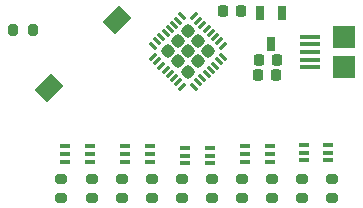
<source format=gbr>
%TF.GenerationSoftware,KiCad,Pcbnew,9.0.3*%
%TF.CreationDate,2025-08-22T13:27:39-06:00*%
%TF.ProjectId,SWAG_BAR_LED_ARM,53574147-5f42-4415-925f-4c45445f4152,rev?*%
%TF.SameCoordinates,Original*%
%TF.FileFunction,Paste,Top*%
%TF.FilePolarity,Positive*%
%FSLAX46Y46*%
G04 Gerber Fmt 4.6, Leading zero omitted, Abs format (unit mm)*
G04 Created by KiCad (PCBNEW 9.0.3) date 2025-08-22 13:27:39*
%MOMM*%
%LPD*%
G01*
G04 APERTURE LIST*
G04 Aperture macros list*
%AMRoundRect*
0 Rectangle with rounded corners*
0 $1 Rounding radius*
0 $2 $3 $4 $5 $6 $7 $8 $9 X,Y pos of 4 corners*
0 Add a 4 corners polygon primitive as box body*
4,1,4,$2,$3,$4,$5,$6,$7,$8,$9,$2,$3,0*
0 Add four circle primitives for the rounded corners*
1,1,$1+$1,$2,$3*
1,1,$1+$1,$4,$5*
1,1,$1+$1,$6,$7*
1,1,$1+$1,$8,$9*
0 Add four rect primitives between the rounded corners*
20,1,$1+$1,$2,$3,$4,$5,0*
20,1,$1+$1,$4,$5,$6,$7,0*
20,1,$1+$1,$6,$7,$8,$9,0*
20,1,$1+$1,$8,$9,$2,$3,0*%
%AMRotRect*
0 Rectangle, with rotation*
0 The origin of the aperture is its center*
0 $1 length*
0 $2 width*
0 $3 Rotation angle, in degrees counterclockwise*
0 Add horizontal line*
21,1,$1,$2,0,0,$3*%
G04 Aperture macros list end*
%ADD10RoundRect,0.225000X-0.225000X-0.250000X0.225000X-0.250000X0.225000X0.250000X-0.225000X0.250000X0*%
%ADD11RoundRect,0.200000X0.200000X0.275000X-0.200000X0.275000X-0.200000X-0.275000X0.200000X-0.275000X0*%
%ADD12R,1.750000X0.450000*%
%ADD13R,1.900000X1.900000*%
%ADD14R,0.838200X0.355600*%
%ADD15RoundRect,0.200000X0.275000X-0.200000X0.275000X0.200000X-0.275000X0.200000X-0.275000X-0.200000X0*%
%ADD16RoundRect,0.242500X-0.342947X0.000000X0.000000X-0.342947X0.342947X0.000000X0.000000X0.342947X0*%
%ADD17RoundRect,0.062500X-0.282843X0.194454X0.194454X-0.282843X0.282843X-0.194454X-0.194454X0.282843X0*%
%ADD18RoundRect,0.062500X-0.282843X-0.194454X-0.194454X-0.282843X0.282843X0.194454X0.194454X0.282843X0*%
%ADD19RotRect,2.006600X1.498600X225.000000*%
%ADD20R,0.650000X1.220000*%
G04 APERTURE END LIST*
D10*
%TO.C,C1*%
X98806000Y-94386400D03*
X100356000Y-94386400D03*
%TD*%
D11*
%TO.C,R12*%
X79666600Y-91846400D03*
X78016600Y-91846400D03*
%TD*%
D12*
%TO.C,J3*%
X103129000Y-95026000D03*
X103129000Y-94376000D03*
X103129000Y-93726000D03*
X103129000Y-93076000D03*
X103129000Y-92426000D03*
D13*
X105979000Y-95026000D03*
X105979000Y-92426000D03*
%TD*%
D14*
%TO.C,U9*%
X84480400Y-103011999D03*
X84480400Y-102362000D03*
X84480400Y-101712001D03*
X82397600Y-101712001D03*
X82397600Y-102362000D03*
X82397600Y-103011999D03*
%TD*%
%TO.C,U4*%
X99720400Y-103011999D03*
X99720400Y-102362000D03*
X99720400Y-101712001D03*
X97637600Y-101712001D03*
X97637600Y-102362000D03*
X97637600Y-103011999D03*
%TD*%
D15*
%TO.C,R2*%
X89789000Y-106108000D03*
X89789000Y-104458000D03*
%TD*%
D10*
%TO.C,C3*%
X95745000Y-90220800D03*
X97295000Y-90220800D03*
%TD*%
D15*
%TO.C,R7*%
X82042000Y-106108000D03*
X82042000Y-104458000D03*
%TD*%
%TO.C,R10*%
X102489000Y-106108000D03*
X102489000Y-104458000D03*
%TD*%
D16*
%TO.C,U5*%
X92811600Y-91978144D03*
X91963072Y-92826672D03*
X91114544Y-93675200D03*
X93660128Y-92826672D03*
X92811600Y-93675200D03*
X91963072Y-94523728D03*
X94508656Y-93675200D03*
X93660128Y-94523728D03*
X92811600Y-95372256D03*
D17*
X92316625Y-90705352D03*
X91963072Y-91058905D03*
X91609518Y-91412458D03*
X91255965Y-91766012D03*
X90902412Y-92119565D03*
X90548858Y-92473118D03*
X90195305Y-92826672D03*
X89841752Y-93180225D03*
D18*
X89841752Y-94170175D03*
X90195305Y-94523728D03*
X90548858Y-94877282D03*
X90902412Y-95230835D03*
X91255965Y-95584388D03*
X91609518Y-95937942D03*
X91963072Y-96291495D03*
X92316625Y-96645048D03*
D17*
X93306575Y-96645048D03*
X93660128Y-96291495D03*
X94013682Y-95937942D03*
X94367235Y-95584388D03*
X94720788Y-95230835D03*
X95074342Y-94877282D03*
X95427895Y-94523728D03*
X95781448Y-94170175D03*
D18*
X95781448Y-93180225D03*
X95427895Y-92826672D03*
X95074342Y-92473118D03*
X94720788Y-92119565D03*
X94367235Y-91766012D03*
X94013682Y-91412458D03*
X93660128Y-91058905D03*
X93306575Y-90705352D03*
%TD*%
D15*
%TO.C,R8*%
X97409000Y-106108000D03*
X97409000Y-104458000D03*
%TD*%
%TO.C,R4*%
X92329000Y-106108000D03*
X92329000Y-104458000D03*
%TD*%
%TO.C,R11*%
X84709000Y-106108000D03*
X84709000Y-104458000D03*
%TD*%
%TO.C,R9*%
X105029000Y-106108000D03*
X105029000Y-104458000D03*
%TD*%
D19*
%TO.C,SW1*%
X86820737Y-90979263D03*
X81022463Y-96777537D03*
%TD*%
D14*
%TO.C,U2*%
X104673400Y-102884999D03*
X104673400Y-102235000D03*
X104673400Y-101585001D03*
X102590600Y-101585001D03*
X102590600Y-102235000D03*
X102590600Y-102884999D03*
%TD*%
%TO.C,U10*%
X89560400Y-103011999D03*
X89560400Y-102362000D03*
X89560400Y-101712001D03*
X87477600Y-101712001D03*
X87477600Y-102362000D03*
X87477600Y-103011999D03*
%TD*%
D10*
%TO.C,C2*%
X98742200Y-95656400D03*
X100292200Y-95656400D03*
%TD*%
D15*
%TO.C,R5*%
X94869000Y-106108000D03*
X94869000Y-104458000D03*
%TD*%
%TO.C,R6*%
X87249000Y-106108000D03*
X87249000Y-104458000D03*
%TD*%
D20*
%TO.C,U1*%
X100772000Y-90384000D03*
X98872000Y-90384000D03*
X99822000Y-93004000D03*
%TD*%
D15*
%TO.C,R3*%
X99949000Y-106108000D03*
X99949000Y-104458000D03*
%TD*%
D14*
%TO.C,U8*%
X94640400Y-103138999D03*
X94640400Y-102489000D03*
X94640400Y-101839001D03*
X92557600Y-101839001D03*
X92557600Y-102489000D03*
X92557600Y-103138999D03*
%TD*%
M02*

</source>
